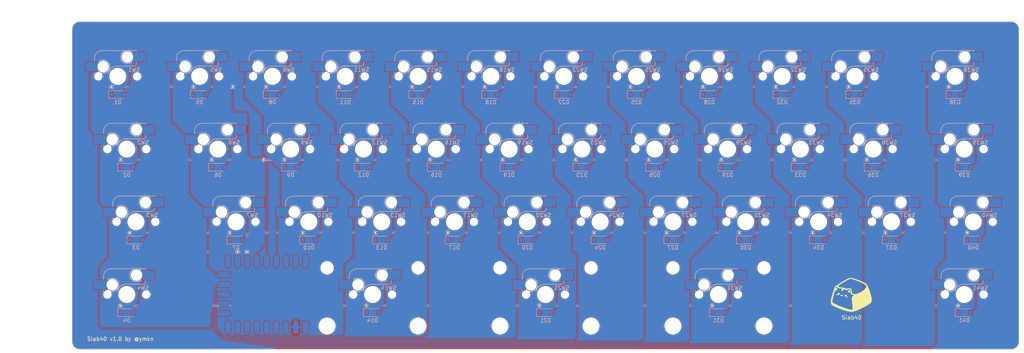
<source format=kicad_pcb>
(kicad_pcb (version 20221018) (generator pcbnew)
  (title_block (title "Slab40 PCB") (date "2024-09-04") (rev "v1.0") (company "@ymkn"))
  (layers (0 "F.Cu" signal) (31 "B.Cu" signal) (34 "B.Paste" user) (35 "F.Paste" user) (36 "B.SilkS" user "B.Silkscreen") (37 "F.SilkS" user "F.Silkscreen") (38 "B.Mask" user) (39 "F.Mask" user) (44 "Edge.Cuts" user))
  (net 0 "")
  (net 1 "Net-(D1-A)")
  (net 2 "Net-(D2-A)")
  (net 3 "Net-(D3-A)")
  (net 4 "Net-(D4-A)")
  (net 5 "Net-(D5-A)")
  (net 6 "ROW1")
  (net 7 "Net-(D6-A)")
  (net 8 "Net-(D7-A)")
  (net 9 "Net-(D8-A)")
  (net 10 "Net-(D9-A)")
  (net 11 "ROW2")
  (net 12 "Net-(D10-A)")
  (net 13 "Net-(D11-A)")
  (net 14 "Net-(D12-A)")
  (net 15 "Net-(D13-A)")
  (net 16 "ROW3")
  (net 17 "Net-(D14-A)")
  (net 18 "Net-(D15-A)")
  (net 19 "Net-(D16-A)")
  (net 20 "Net-(D17-A)")
  (net 21 "Net-(D18-A)")
  (net 22 "Net-(D19-A)")
  (net 23 "Net-(D20-A)")
  (net 24 "COL0")
  (net 25 "COL1")
  (net 26 "COL2")
  (net 27 "COL3")
  (net 28 "COL4")
  (net 31 "ROW0")
  (net 32 "GND")
  (net 33 "Net-(D21-A)")
  (net 34 "Net-(D22-A)")
  (net 35 "Net-(D23-A)")
  (net 36 "Net-(D24-A)")
  (net 37 "Net-(D25-A)")
  (net 38 "Net-(D26-A)")
  (net 39 "Net-(D27-A)")
  (net 40 "Net-(D28-A)")
  (net 41 "Net-(D29-A)")
  (net 42 "Net-(D30-A)")
  (net 43 "Net-(D31-A)")
  (net 44 "Net-(D32-A)")
  (net 45 "Net-(D33-A)")
  (net 46 "Net-(D34-A)")
  (net 47 "Net-(D35-A)")
  (net 48 "Net-(D36-A)")
  (net 49 "Net-(D37-A)")
  (net 50 "Net-(D38-A)")
  (net 51 "Net-(D39-A)")
  (net 52 "Net-(D40-A)")
  (net 53 "Net-(D41-A)")
  (net 55 "COL5")
  (net 56 "COL6")
  (net 57 "COL7")
  (net 58 "COL8")
  (net 59 "COL9")
  (net 60 "COL10")
  (net 61 "COL11")
  (footprint "logo:ym30_icon" (layer "F.Cu") (at 298.884042 114.3)
    (fp_text reference "G***" hide)
    (fp_text value "LOGO" hide)
  )
  (footprint "PCM_marbastlib-mx:STAB_MX_2u" (layer "F.Cu") (at 264.31875 114.3)
    (fp_text reference "REF**" hide)
    (fp_text value "STAB_MX_2u")
  )
  (footprint "PCM_marbastlib-mx:STAB_MX_2u" (layer "F.Cu") (at 173.83125 114.3)
    (fp_text reference "REF**" hide)
    (fp_text value "STAB_MX_2u")
  )
  (footprint "PCM_marbastlib-mx:STAB_MX_2.75u" (layer "F.Cu") (at 219.075 114.3)
    (fp_text reference "REF**" hide)
    (fp_text value "STAB_MX_2.75u")
  )
  (footprint "Diode_SMD:D_SOD-123" (layer "B.Cu") (at 300.0375 61.9125)
    (fp_text reference "D35")
    (fp_text value "1N4148W")
  )
  (footprint "PCM_marbastlib-mx:SW_MX_HS_CPG151101S11_1u" (layer "B.Cu") (at 214.3125 95.25 180)
    (fp_text reference "SW20")
    (fp_text value "SW_Push")
  )
  (footprint "PCM_marbastlib-mx:SW_MX_HS_CPG151101S11_1u" (layer "B.Cu") (at 264.31875 114.3 180)
    (fp_text reference "SW31")
    (fp_text value "SW_Push")
  )
  (footprint "Diode_SMD:D_SOD-123" (layer "B.Cu") (at 111.91875 100.0125)
    (fp_text reference "D3")
    (fp_text value "1N4148W")
  )
  (footprint "Diode_SMD:D_SOD-123" (layer "B.Cu") (at 328.6125 119.0625)
    (fp_text reference "D41")
    (fp_text value "1N4148W")
  )
  (footprint "PCM_marbastlib-mx:SW_MX_HS_CPG151101S11_1u" (layer "B.Cu") (at 128.5875 57.15 180)
    (fp_text reference "SW5")
    (fp_text value "SW_Push")
  )
  (footprint "Diode_SMD:D_SOD-123" (layer "B.Cu") (at 195.2625 100.0125)
    (fp_text reference "D17")
    (fp_text value "1N4148W")
  )
  (footprint "Diode_SMD:D_SOD-123" (layer "B.Cu") (at 261.9375 61.9125)
    (fp_text reference "D28")
    (fp_text value "1N4148W")
  )
  (footprint "PCM_marbastlib-mx:SW_MX_HS_CPG151101S11_1.5u" (layer "B.Cu") (at 328.6125 114.3 180)
    (fp_text reference "SW41")
    (fp_text value "SW_Push")
  )
  (footprint "Diode_SMD:D_SOD-123" (layer "B.Cu") (at 107.15625 61.9125)
    (fp_text reference "D1")
    (fp_text value "1N4148W")
  )
  (footprint "PCM_marbastlib-mx:SW_MX_HS_CPG151101S11_1u" (layer "B.Cu") (at 147.6375 57.15 180)
    (fp_text reference "SW8")
    (fp_text value "SW_Push")
  )
  (footprint "Diode_SMD:D_SOD-123" (layer "B.Cu") (at 219.075 119.0625)
    (fp_text reference "D21")
    (fp_text value "1N4148W")
  )
  (footprint "Diode_SMD:D_SOD-123" (layer "B.Cu") (at 290.5125 100.0125)
    (fp_text reference "D34")
    (fp_text value "1N4148W")
  )
  (footprint "Diode_SMD:D_SOD-123" (layer "B.Cu") (at 264.31875 119.0625)
    (fp_text reference "D31")
    (fp_text value "1N4148W")
  )
  (footprint "PCM_marbastlib-mx:SW_MX_HS_CPG151101S11_1u" (layer "B.Cu") (at 285.75 76.2 180)
    (fp_text reference "SW33")
    (fp_text value "SW_Push")
  )
  (footprint "PCM_marbastlib-mx:SW_MX_HS_CPG151101S11_1u" (layer "B.Cu") (at 290.5125 95.25 180)
    (fp_text reference "SW34")
    (fp_text value "SW_Push")
  )
  (footprint "Diode_SMD:D_SOD-123" (layer "B.Cu") (at 109.5375 119.0625)
    (fp_text reference "D4")
    (fp_text value "1N4148W")
  )
  (footprint "PCM_marbastlib-mx:SW_MX_HS_CPG151101S11_1u" (layer "B.Cu") (at 271.4625 95.25 180)
    (fp_text reference "SW30")
    (fp_text value "SW_Push")
  )
  (footprint "PCM_marbastlib-mx:SW_MX_HS_CPG151101S11_1u" (layer "B.Cu") (at 309.5625 95.25 180)
    (fp_text reference "SW37")
    (fp_text value "SW_Push")
  )
  (footprint "Diode_SMD:D_SOD-123" (layer "B.Cu") (at 285.75 80.9625)
    (fp_text reference "D33")
    (fp_text value "1N4148W")
  )
  (footprint "PCM_marbastlib-mx:SW_MX_HS_CPG151101S11_1u" (layer "B.Cu") (at 173.83125 114.3 180)
    (fp_text reference "SW14")
    (fp_text value "SW_Push")
  )
  (footprint "Diode_SMD:D_SOD-123" (layer "B.Cu") (at 209.55 80.9625)
    (fp_text reference "D19")
    (fp_text value "1N4148W")
  )
  (footprint "Diode_SMD:D_SOD-123" (layer "B.Cu") (at 133.35 80.9625)
    (fp_text reference "D6")
    (fp_text value "1N4148W")
  )
  (footprint "Diode_SMD:D_SOD-123" (layer "B.Cu") (at 280.9875 61.9125)
    (fp_text reference "D32")
    (fp_text value "1N4148W")
  )
  (footprint "PCM_marbastlib-mx:SW_MX_HS_CPG151101S11_1.5u" (layer "B.Cu") (at 328.6125 76.2 180)
    (fp_text reference "SW39")
    (fp_text value "SW_Push")
  )
  (footprint "Diode_SMD:D_SOD-123" (layer "B.Cu") (at 252.4125 100.0125)
    (fp_text reference "D27")
    (fp_text value "1N4148W")
  )
  (footprint "PCM_marbastlib-mx:SW_MX_HS_CPG151101S11_1.75u" (layer "B.Cu") (at 326.23125 57.15 180)
    (fp_text reference "SW38")
    (fp_text value "SW_Push")
  )
  (footprint "PCM_marbastlib-mx:SW_MX_HS_CPG151101S11_1u" (layer "B.Cu") (at 152.4 76.2 180)
    (fp_text reference "SW9")
    (fp_text value "SW_Push")
  )
  (footprint "Diode_SMD:D_SOD-123" (layer "B.Cu") (at 228.6 80.9625)
    (fp_text reference "D23")
    (fp_text value "1N4148W")
  )
  (footprint "PCM_marbastlib-mx:SW_MX_HS_CPG151101S11_1.25u" (layer "B.Cu") (at 330.99375 95.25 180)
    (fp_text reference "SW40")
    (fp_text value "SW_Push")
  )
  (footprint "PCM_marbastlib-mx:SW_MX_HS_CPG151101S11_1u" (layer "B.Cu") (at 171.45 76.2 180)
    (fp_text reference "SW12")
    (fp_text value "SW_Push")
  )
  (footprint "PCM_marbastlib-mx:SW_MX_HS_CPG151101S11_1u" (layer "B.Cu") (at 228.6 76.2 180)
    (fp_text reference "SW23")
    (fp_text value "SW_Push")
  )
  (footprint "PCM_marbastlib-mx:SW_MX_HS_CPG151101S11_1u" (layer "B.Cu") (at 190.5 76.2 180)
    (fp_text reference "SW16")
    (fp_text value "SW_Push")
  )
  (footprint "Diode_SMD:D_SOD-123" (layer "B.Cu") (at 109.5375 80.9625)
    (fp_text reference "D2")
    (fp_text value "1N4148W")
  )
  (footprint "PCM_marbastlib-mx:SW_MX_HS_CPG151101S11_1u" (layer "B.Cu") (at 261.9375 57.15 180)
    (fp_text reference "SW28")
    (fp_text value "SW_Push")
  )
  (footprint "Diode_SMD:D_SOD-123" (layer "B.Cu") (at 166.6875 61.9125)
    (fp_text reference "D11")
    (fp_text value "1N4148W")
  )
  (footprint "PCM_marbastlib-mx:SW_MX_HS_CPG151101S11_1u" (layer "B.Cu") (at 252.4125 95.25 180)
    (fp_text reference "SW27")
    (fp_text value "SW_Push")
  )
  (footprint "PCM_marbastlib-mx:SW_MX_HS_CPG151101S11_1u" (layer "B.Cu") (at 157.1625 95.25 180)
    (fp_text reference "SW10")
    (fp_text value "SW_Push")
  )
  (footprint "PCM_marbastlib-mx:SW_MX_HS_CPG151101S11_1u" (layer "B.Cu") (at 242.8875 57.15 180)
    (fp_text reference "SW25")
    (fp_text value "SW_Push")
  )
  (footprint "PCM_marbastlib-mx:SW_MX_HS_CPG151101S11_1u" (layer "B.Cu") (at 195.2625 95.25 180)
    (fp_text reference "SW17")
    (fp_text value "SW_Push")
  )
  (footprint "PCM_marbastlib-mx:SW_MX_HS_CPG151101S11_1.25u" (layer "B.Cu") (at 107.15625 57.15 180)
    (fp_text reference "SW1")
    (fp_text value "SW_Push")
  )
  (footprint "Diode_SMD:D_SOD-123" (layer "B.Cu") (at 242.8875 61.9125)
    (fp_text reference "D25")
    (fp_text value "1N4148W")
  )
  (footprint "PCM_marbastlib-mx:SW_MX_HS_CPG151101S11_1u" (layer "B.Cu") (at 176.2125 95.25 180)
    (fp_text reference "SW13")
    (fp_text value "SW_Push")
  )
  (footprint "PCM_marbastlib-mx:SW_MX_HS_CPG151101S11_1u" (layer "B.Cu") (at 185.7375 57.15 180)
    (fp_text reference "SW15")
    (fp_text value "SW_Push")
  )
  (footprint "Diode_SMD:D_SOD-123" (layer "B.Cu") (at 233.3625 100.0125)
    (fp_text reference "D24")
    (fp_text value "1N4148W")
  )
  (footprint "Diode_SMD:D_SOD-123" (layer "B.Cu") (at 173.83125 119.0625)
    (fp_text reference "D14")
    (fp_text value "1N4148W")
  )
  (footprint "Diode_SMD:D_SOD-123" (layer "B.Cu") (at 176.2125 100.0125)
    (fp_text reference "D13")
    (fp_text value "1N4148W")
  )
  (footprint "Diode_SMD:D_SOD-123" (layer "B.Cu") (at 326.23125 61.9125)
    (fp_text reference "D38")
    (fp_text value "1N4148W")
  )
  (footprint "Diode_SMD:D_SOD-123" (layer "B.Cu") (at 147.6375 61.9125)
    (fp_text reference "D8")
    (fp_text value "1N4148W")
  )
  (footprint "Diode_SMD:D_SOD-123" (layer "B.Cu") (at 138.1125 100.0125)
    (fp_text reference "D7")
    (fp_text value "1N4148W")
  )
  (footprint "Diode_SMD:D_SOD-123" (layer "B.Cu") (at 223.8375 61.9125)
    (fp_text reference "D22")
    (fp_text value "1N4148W")
  )
  (footprint "Diode_SMD:D_SOD-123" (layer "B.Cu") (at 190.5 80.9625)
    (fp_text reference "D16")
    (fp_text value "1N4148W")
  )
  (footprint "PCM_marbastlib-mx:SW_MX_HS_CPG151101S11_1u" (layer "B.Cu") (at 300.0375 57.15 180)
    (fp_text reference "SW35")
    (fp_text value "SW_Push")
  )
  (footprint "Diode_SMD:D_SOD-123" (layer "B.Cu") (at 309.5625 100.0125)
    (fp_text reference "D37")
    (fp_text value "1N4148W")
  )
  (footprint "Diode_SMD:D_SOD-123" (layer "B.Cu") (at 157.1625 100.0125)
    (fp_text reference "D10")
    (fp_text value "1N4148W")
  )
  (footprint "PCM_marbastlib-mx:SW_MX_HS_CPG151101S11_1u" (layer "B.Cu") (at 280.9875 57.15 180)
    (fp_text reference "SW32")
    (fp_text value "SW_Push")
  )
  (footprint "Diode_SMD:D_SOD-123" (layer "B.Cu") (at 152.4 80.9625)
    (fp_text reference "D9")
    (fp_text value "1N4148W")
  )
  (footprint "PCM_marbastlib-mx:SW_MX_HS_CPG151101S11_1u" (layer "B.Cu") (at 223.8375 57.15 180)
    (fp_text reference "SW22")
    (fp_text value "SW_Push")
  )
  (footprint "Diode_SMD:D_SOD-123" (layer "B.Cu") (at 214.3125 100.0125)
    (fp_text reference "D20")
    (fp_text value "1N4148W")
  )
  (footprint "PCM_marbastlib-mx:SW_MX_HS_CPG151101S11_1u" (layer "B.Cu") (at 304.8 76.2 180)
    (fp_text reference "SW36")
    (fp_text value "SW_Push")
  )
  (footprint "PCM_marbastlib-mx:SW_MX_HS_CPG151101S11_1u" (layer "B.Cu") (at 166.6875 57.15 180)
    (fp_text reference "SW11")
    (fp_text value "SW_Push")
  )
  (footprint "PCM_marbastlib-mx:SW_MX_HS_CPG151101S11_1u" (layer "B.Cu") (at 209.55 76.2 180)
    (fp_text reference "SW19")
    (fp_text value "SW_Push")
  )
  (footprint "Diode_SMD:D_SOD-123" (layer "B.Cu") (at 204.7875 61.9125)
    (fp_text reference "D18")
    (fp_text value "1N4148W")
  )
  (footprint "Diode_SMD:D_SOD-123" (layer "B.Cu") (at 304.8 80.9625)
    (fp_text reference "D36")
    (fp_text value "1N4148W")
  )
  (footprint "rp2040-tiny-mod:rp2040-tiny-smd" (layer "B.Cu") (at 146.129375 114.214375 90)
    (fp_text reference "U1" hide)
    (fp_text value "rp2040-tiny" hide)
  )
  (footprint "Diode_SMD:D_SOD-123" (layer "B.Cu") (at 128.5875 61.9125)
    (fp_text reference "D5")
    (fp_text value "1N4148W")
  )
  (footprint "PCM_marbastlib-mx:SW_MX_HS_CPG151101S11_1u" (layer "B.Cu") (at 266.7 76.2 180)
    (fp_text reference "SW29")
    (fp_text value "SW_Push")
  )
  (footprint "Diode_SMD:D_SOD-123" (layer "B.Cu") (at 330.99375 100.0125)
    (fp_text reference "D40")
    (fp_text value "1N4148W")
  )
  (footprint "Diode_SMD:D_SOD-123" (layer "B.Cu") (at 271.4625 100.0125)
    (fp_text reference "D30")
    (fp_text value "1N4148W")
  )
  (footprint "PCM_marbastlib-mx:SW_MX_HS_CPG151101S11_1.5u" (layer "B.Cu") (at 109.5375 76.2 180)
    (fp_text reference "SW2")
    (fp_text value "SW_Push")
  )
  (footprint "PCM_marbastlib-mx:SW_MX_HS_CPG151101S11_1u" (layer "B.Cu") (at 219.075 114.3 180)
    (fp_text reference "SW21")
    (fp_text value "SW_Push")
  )
  (footprint "Diode_SMD:D_SOD-123" (layer "B.Cu") (at 266.7 80.9625)
    (fp_text reference "D29")
    (fp_text value "1N4148W")
  )
  (footprint "PCM_marbastlib-mx:SW_MX_HS_CPG151101S11_1u" (layer "B.Cu") (at 138.1125 95.25 180)
    (fp_text reference "SW7")
    (fp_text value "SW_Push")
  )
  (footprint "PCM_marbastlib-mx:SW_MX_HS_CPG151101S11_1u" (layer "B.Cu") (at 204.7875 57.15 180)
    (fp_text reference "SW18")
    (fp_text value "SW_Push")
  )
  (footprint "PCM_marbastlib-mx:SW_MX_HS_CPG151101S11_1u" (layer "B.Cu") (at 133.35 76.2 180)
    (fp_text reference "SW6")
    (fp_text value "SW_Push")
  )
  (footprint "PCM_marbastlib-mx:SW_MX_HS_CPG151101S11_1u" (layer "B.Cu") (at 247.65 76.2 180)
    (fp_text reference "SW26")
    (fp_text value "SW_Push")
  )
  (footprint "Diode_SMD:D_SOD-123" (layer "B.Cu") (at 185.7375 61.9125)
    (fp_text reference "D15")
    (fp_text value "1N4148W")
  )
  (footprint "PCM_marbastlib-mx:SW_MX_HS_CPG151101S11_1.5u" (layer "B.Cu") (at 109.5375 114.3 180)
    (fp_text reference "SW4")
    (fp_text value "SW_Push")
  )
  (footprint "Diode_SMD:D_SOD-123" (layer "B.Cu") (at 328.6125 80.9625)
    (fp_text reference "D39")
    (fp_text value "1N4148W")
  )
  (footprint "Diode_SMD:D_SOD-123" (layer "B.Cu") (at 171.45 80.9625)
    (fp_text reference "D12")
    (fp_text value "1N4148W")
  )
  (footprint "Diode_SMD:D_SOD-123" (layer "B.Cu") (at 247.65 80.9625)
    (fp_text reference "D26")
    (fp_text value "1N4148W")
  )
  (footprint "PCM_marbastlib-mx:SW_MX_HS_CPG151101S11_1u" (layer "B.Cu") (at 233.3625 95.25 180)
    (fp_text reference "SW24")
    (fp_text value "SW_Push")
  )
  (footprint "PCM_marbastlib-mx:SW_MX_HS_CPG151101S11_1.75u" (layer "B.Cu") (at 111.91875 95.25 180)
    (fp_text reference "SW3")
    (fp_text value "SW_Push")
  )
  (gr_line (start 340.9 128.625) (end 97.25 128.625) (stroke (width 0.1)) (layer "Edge.Cuts"))
  (gr_arc (start 97.25 128.625) (mid 95.835786 128.039214) (end 95.25 126.625) (stroke (width 0.1)) (layer "Edge.Cuts"))
  (gr_line (start 342.9 44.825) (end 342.9 126.625) (stroke (width 0.1)) (layer "Edge.Cuts"))
  (gr_arc (start 95.25 44.825) (mid 95.835786 43.410786) (end 97.25 42.825) (stroke (width 0.1)) (layer "Edge.Cuts"))
  (gr_line (start 97.25 42.825) (end 340.9 42.825) (stroke (width 0.1)) (layer "Edge.Cuts"))
  (gr_line (start 95.25 126.625) (end 95.25 44.825) (stroke (width 0.1)) (layer "Edge.Cuts"))
  (gr_arc (start 342.9 126.625) (mid 342.314214 128.039214) (end 340.9 128.625) (stroke (width 0.1)) (layer "Edge.Cuts"))
  (gr_arc (start 340.9 42.825) (mid 342.314214 43.410786) (end 342.9 44.825) (stroke (width 0.1)) (layer "Edge.Cuts"))
  (gr_text "Slab40 v1.0 by @ymkn" (at 99.05 126.525) (layer "F.SilkS") (effects (font (size 1 1)) (justify left bottom)))
  (gr_text "Slab40" (at 299.15 120.925) (layer "F.SilkS") (effects (font (size 1 1)) (justify bottom)))
  (segment (start 108.80625 60.46875) (end 108.80625 61.9125) (width 0.2) (layer "B.Cu") (net 1))
  (segment (start 110.35 55.725) (end 110.35 58.925) (width 0.2) (layer "B.Cu") (net 1))
  (segment (start 113.24625 52.07) (end 113.24625 52.82875) (width 0.2) (layer "B.Cu") (net 1))
  (segment (start 113.24625 52.82875) (end 110.35 55.725) (width 0.2) (layer "B.Cu") (net 1))
  (segment (start 110.35 58.925) (end 108.80625 60.46875) (width 0.2) (layer "B.Cu") (net 1))
  (segment (start 112.65 74.0975) (end 112.65 79.5) (width 0.2) (layer "B.Cu") (net 2))
  (segment (start 115.6275 71.12) (end 112.65 74.0975) (width 0.2) (layer "B.Cu") (net 2))
  (segment (start 112.65 79.5) (end 111.1875 80.9625) (width 0.2) (layer "B.Cu") (net 2))
  (segment (start 114.95 94.325) (end 114.95 98.63125) (width 0.2) (layer "B.Cu") (net 3))
  (segment (start 118.00875 90.17) (end 118.00875 91.26625) (width 0.2) (layer "B.Cu") (net 3))
  (segment (start 118.00875 91.26625) (end 114.95 94.325) (width 0.2) (layer "B.Cu") (net 3))
  (segment (start 114.95 98.63125) (end 113.56875 100.0125) (width 0.2) (layer "B.Cu") (net 3))
  (segment (start 112.75 116.225) (end 111.1875 117.7875) (width 0.2) (layer "B.Cu") (net 4))
  (segment (start 115.6275 109.22) (end 112.75 112.0975) (width 0.2) (layer "B.Cu") (net 4))
  (segment (start 112.75 112.0975) (end 112.75 116.225) (width 0.2) (layer "B.Cu") (net 4))
  (segment (start 111.1875 117.7875) (end 111.1875 119.0625) (width 0.2) (layer "B.Cu") (net 4))
  (segment (start 131.75 60.4) (end 130.2375 61.9125) (width 0.2) (layer "B.Cu") (net 5))
  (segment (start 131.75 54.9975) (end 131.75 60.4) (width 0.2) (layer "B.Cu") (net 5))
  (segment (start 134.6775 52.07) (end 131.75 54.9975) (width 0.2) (layer "B.Cu") (net 5))
  (segment (start 303.15 79.025) (end 326.95 79.025) (width 0.2) (layer "F.Cu") (net 6))
  (segment (start 131.75 79.025) (end 107.95 79.025) (width 0.2) (layer "F.Cu") (net 6))
  (segment (start 150.75 79.025) (end 169.85 79.025) (width 0.2) (layer "F.Cu") (net 6))
  (segment (start 145.35 79.025) (end 150.75 79.025) (width 0.2) (layer "F.Cu") (net 6))
  (segment (start 145.35 79.025) (end 131.75 79.025) (width 0.2) (layer "F.Cu") (net 6))
  (segment (start 226.95 79.025) (end 246.05 79.025) (width 0.2) (layer "F.Cu") (net 6))
  (segment (start 246.05 79.025) (end 265.05 79.025) (width 0.2) (layer "F.Cu") (net 6))
  (segment (start 284.15 79.025) (end 303.15 79.025) (width 0.2) (layer "F.Cu") (net 6))
  (segment (start 207.85 79.025) (end 226.95 79.025) (width 0.2) (layer "F.Cu") (net 6))
  (segment (start 188.85 79.025) (end 207.85 79.025) (width 0.2) (layer "F.Cu") (net 6))
  (segment (start 169.85 79.025) (end 188.85 79.025) (width 0.2) (layer "F.Cu") (net 6))
  (segment (start 265.05 79.025) (end 284.15 79.025) (width 0.2) (layer "F.Cu") (net 6))
  (via (at 303.15 79.025) (size 0.8) (drill 0.4) (layers "F.Cu" "B.Cu") (net 6))
  (via (at 131.75 79.025) (size 0.8) (drill 0.4) (layers "F.Cu" "B.Cu") (net 6))
  (via (at 326.95 79.025) (size 0.8) (drill 0.4) (layers "F.Cu" "B.Cu") (net 6))
  (via (at 145.35 79.025) (size 0.8) (drill 0.4) (layers "F.Cu" "B.Cu") (net 6))
  (via (at 107.95 79.025) (size 0.8) (drill 0.4) (layers "F.Cu" "B.Cu") (net 6))
  (via (at 188.85 79.025) (size 0.8) (drill 0.4) (layers "F.Cu" "B.Cu") (net 6))
  (via (at 246.05 79.025) (size 0.8) (drill 0.4) (layers "F.Cu" "B.Cu") (net 6))
  (via (at 207.85 79.025) (size 0.8) (drill 0.4) (layers "F.Cu" "B.Cu") (net 6))
  (via (at 150.75 79.025) (size 0.8) (drill 0.4) (layers "F.Cu" "B.Cu") (net 6))
  (via (at 226.95 79.025) (size 0.8) (drill 0.4) (layers "F.Cu" "B.Cu") (net 6))
  (via (at 169.85 79.025) (size 0.8) (drill 0.4) (layers "F.Cu" "B.Cu") (net 6))
  (via (at 265.05 79.025) (size 0.8) (drill 0.4) (layers "F.Cu" "B.Cu") (net 6))
  (via (at 284.15 79.025) (size 0.8) (drill 0.4) (layers "F.Cu" "B.Cu") (net 6))
  (segment (start 145.95 79.625) (end 145.95 101.225) (width 0.2) (layer "B.Cu") (net 6))
  (segment (start 207.9 80.9625) (end 207.9 79.075) (width 0.2) (layer "B.Cu") (net 6))
  (segment (start 326.95 79.025) (end 326.95 80.95) (width 0.2) (layer "B.Cu") (net 6))
  (segment (start 246 79.075) (end 246.05 79.025) (width 0.2) (layer "B.Cu") (net 6))
  (segment (start 143.65 106.53375) (end 143.589375 106.594375) (width 0.2) (layer "B.Cu") (net 6))
  (segment (start 226.95 80.9625) (end 226.95 79.025) (width 0.2) (layer "B.Cu") (net 6))
  (segment (start 169.8 80.9625) (end 169.8 79.075) (width 0.2) (layer "B.Cu") (net 6))
  (segment (start 131.7 80.9625) (end 131.7 79.075) (width 0.2) (layer "B.Cu") (net 6))
  (segment (start 150.75 80.9625) (end 150.75 79.025) (width 0.2) (layer "B.Cu") (net 6))
  (segment (start 131.7 79.075) (end 131.75 79.025) (width 0.2) (layer "B.Cu") (net 6))
  (segment (start 169.8 79.075) (end 169.85 79.025) (width 0.2) (layer "B.Cu") (net 6))
  (segment (start 303.15 80.9625) (end 303.15 79.025) (width 0.2) (layer "B.Cu") (net 6))
  (segment (start 107.95 79.025) (end 107.95 80.9) (width 0.2) (layer "B.Cu") (net 6))
  (segment (start 326.95 80.95) (end 326.9625 80.9625) (width 0.2) (layer "B.Cu") (net 6))
  (segment (start 284.1 80.9625) (end 284.1 79.075) (width 0.2) (layer "B.Cu") (net 6))
  (segment (start 143.65 103.525) (end 143.65 106.53375) (width 0.2) (layer "B.Cu") (net 6))
  (segment (start 145.35 79.025) (end 145.95 79.625) (width 0.2) (layer "B.Cu") (net 6))
  (segment (start 246 80.9625) (end 246 79.075) (width 0.2) (layer "B.Cu") (net 6))
  (segment (start 284.1 79.075) (end 284.15 79.025) (width 0.2) (layer "B.Cu") (net 6))
  (segment (start 145.95 101.225) (end 143.65 103.525) (width 0.2) (layer "B.Cu") (net 6))
  (segment (start 265.05 80.9625) (end 265.05 79.025) (width 0.2) (layer "B.Cu") (net 6))
  (segment (start 207.9 79.075) (end 207.85 79.025) (width 0.2) (layer "B.Cu") (net 6))
  (segment (start 107.95 80.9) (end 107.8875 80.9625) (width 0.2) (layer "B.Cu") (net 6))
  (segment (start 188.85 80.9625) (end 188.85 79.025) (width 0.2) (layer "B.Cu") (net 6))
  (segment (start 136.45 79.5125) (end 135 80.9625) (width 0.2) (layer "B.Cu") (net 7))
  (segment (start 136.45 74.825) (end 136.45 79.5125) (width 0.2) (layer "B.Cu") (net 7))
  (segment (start 139.44 71.12) (end 139.44 71.835) (width 0.2) (layer "B.Cu") (net 7))
  (segment (start 139.44 71.835) (end 136.45 74.825) (width 0.2) (layer "B.Cu") (net 7))
  (segment (start 144.2025 90.7725) (end 141.05 93.925) (width 0.2) (layer "B.Cu") (net 8))
  (segment (start 144.2025 90.17) (end 144.2025 90.7725) (width 0.2) (layer "B.Cu") (net 8))
  (segment (start 141.05 98.725) (end 139.7625 100.0125) (width 0.2) (layer "B.Cu") (net 8))
  (segment (start 141.05 93.925) (end 141.05 98.725) (width 0.2) (layer "B.Cu") (net 8))
  (segment (start 153.7275 52.07) (end 150.85 54.9475) (width 0.2) (layer "B.Cu") (net 9))
  (segment (start 150.85 54.9475) (end 150.85 60.35) (width 0.2) (layer "B.Cu") (net 9))
  (segment (start 150.85 60.35) (end 149.2875 61.9125) (width 0.2) (layer "B.Cu") (net 9))
  (segment (start 155.55 79.4625) (end 154.05 80.9625) (width 0.2) (layer "B.Cu") (net 10))
  (segment (start 158.49 71.12) (end 155.55 74.06) (width 0.2) (layer "B.Cu") (net 10))
  (segment (start 155.55 74.06) (end 155.55 79.4625) (width 0.2) (layer "B.Cu") (net 10))
  (segment (start 140.97625 103.125) (end 140.97625 98.75125) (width 0.2) (layer "F.Cu") (net 11))
  (segment (start 155.55 98.125) (end 174.55 98.125) (width 0.2) (layer "F.Cu") (net 11))
  (segment (start 140.97625 98.75125) (end 141.02375 98.75125) (width 0.2) (layer "F.Cu") (net 11))
  (segment (start 174.55 98.125) (end 193.55 98.125) (width 0.2) (layer "F.Cu") (net 11))
  (segment (start 136.45 98.125) (end 110.35 98.125) (width 0.2) (layer "F.Cu") (net 11))
  (segment (start 140.97625 98.75125) (end 140.35 98.125) (width 0.2) (layer "F.Cu") (net 11))
  (segment (start 140.35 98.125) (end 136.45 98.125) (width 0.2) (layer "F.Cu") (net 11))
  (segment (start 250.75 98.125) (end 269.75 98.125) (width 0.2) (layer "F.Cu") (net 11))
  (segment (start 269.75 98.125) (end 288.95 98.125) (width 0.2) (layer "F.Cu") (net 11))
  (segment (start 212.65 98.125) (end 231.75 98.125) (width 0.2) (layer "F.Cu") (net 11))
  (segment (start 288.95 98.125) (end 307.95 98.125) (width 0.2) (layer "F.Cu") (net 11))
  (segment (start 231.75 98.125) (end 250.75 98.125) (width 0.2) (layer "F.Cu") (net 11))
  (segment (start 307.95 98.125) (end 329.35 98.125) (width 0.2) (layer "F.Cu") (net 11))
  (segment (start 141.02375 98.75125) (end 141.65 98.125) (width 0.2) (layer "F.Cu") (net 11))
  (segment (start 141.65 98.125) (end 155.55 98.125) (width 0.2) (layer "F.Cu") (net 11))
  (segment (start 193.55 98.125) (end 212.65 98.125) (width 0.2) (layer "F.Cu") (net 11))
  (via (at 231.75 98.125) (size 0.8) (drill 0.4) (layers "F.Cu" "B.Cu") (net 11))
  (via (at 193.55 98.125) (size 0.8) (drill 0.4) (layers "F.Cu" "B.Cu") (net 11))
  (via (at 288.95 98.125) (size 0.8) (drill 0.4) (layers "F.Cu" "B.Cu") (net 11))
  (via (at 329.35 98.125) (size 0.8) (drill 0.4) (layers "F.Cu" "B.Cu") (net 11))
  (via (at 250.75 98.125) (size 0.8) (drill 0.4) (layers "F.Cu" "B.Cu") (net 11))
  (via (at 307.95 98.125) (size 0.8) (drill 0.4) (layers "F.Cu" "B.Cu") (net 11))
  (via (at 110.35 98.125) (size 0.8) (drill 0.4) (layers "F.Cu" "B.Cu") (net 11))
  (via (at 140.97625 103.125) (size 0.8) (drill 0.4) (layers "F.Cu" "B.Cu") (net 11))
  (via (at 155.55 98.125) (size 0.8) (drill 0.4) (layers "F.Cu" "B.Cu") (net 11))
  (via (at 212.65 98.125) (size 0.8) (drill 0.4) (layers "F.Cu" "B.Cu") (net 11))
  (via (at 136.45 98.125) (size 0.8) (drill 0.4) (layers "F.Cu" "B.Cu") (net 11))
  (via (at 269.75 98.125) (size 0.8) (drill 0.4) (layers "F.Cu" "B.Cu") (net 11))
  (via (at 174.55 98.125) (size 0.8) (drill 0.4) (layers "F.Cu" "B.Cu") (net 11))
  (segment (start 193.6125 100.0125) (end 193.6125 98.1875) (width 0.2) (layer "B.Cu") (net 11))
  (segment (start 329.35 100.00625) (end 329.34375 100.0125) (width 0.2) (layer "B.Cu") (net 11))
  (segment (start 212.6625 98.1375) (end 212.65 98.125) (width 0.2) (layer "B.Cu") (net 11))
  (segment (start 288.8625 100.0125) (end 288.8625 98.2125) (width 0.2) (layer "B.Cu") (net 11))
  (segment (start 110.35 98.125) (end 110.35 99.93125) (width 0.2) (layer "B.Cu") (net 11))
  (segment (start 269.8125 100.0125) (end 269.8125 98.1875) (width 0.2) (layer "B.Cu") (net 11))
  (segment (start 193.6125 98.1875) (end 193.55 98.125) (width 0.2) (layer "B.Cu") (net 11))
  (segment (start 174.5625 100.0125) (end 174.5625 98.1375) (width 0.2) (layer "B.Cu") (net 11))
  (segment (start 141.049375 103.198125) (end 140.97625 103.125) (width 0.2) (layer "B.Cu") (net 11))
  (segment (start 250.7625 100.0125) (end 250.7625 98.1375) (width 0.2) (layer "B.Cu") (net 11))
  (segment (start 141.049375 106.594375) (end 141.049375 103.198125) (width 0.2) (layer "B.Cu") (net 11))
  (segment (start 136.4625 98.1375) (end 136.45 98.125) (width 0.2) (layer "B.Cu") (net 11))
  (segment (start 307.9125 98.1625) (end 307.95 98.125) (width 0.2) (layer "B.Cu") (net 11))
  (segment (start 231.7125 98.1625) (end 231.75 98.125) (width 0.2) (layer "B.Cu") (net 11))
  (segment (start 231.7125 100.0125) (end 231.7125 98.1625) (width 0.2) (layer "B.Cu") (net 11))
  (segment (start 269.8125 98.1875) (end 269.75 98.125) (width 0.2) (layer "B.Cu") (net 11))
  (segment (start 155.5125 100.0125) (end 155.5125 98.1625) (width 0.2) (layer "B.Cu") (net 11))
  (segment (start 307.9125 100.0125) (end 307.9125 98.1625) (width 0.2) (layer "B.Cu") (net 11))
  (segment (start 174.5625 98.1375) (end 174.55 98.125) (width 0.2) (layer "B.Cu") (net 11))
  (segment (start 329.35 98.125) (end 329.35 100.00625) (width 0.2) (layer "B.Cu") (net 11))
  (segment (start 288.8625 98.2125) (end 288.95 98.125) (width 0.2) (layer "B.Cu") (net 11))
  (segment (start 250.7625 98.1375) (end 250.75 98.125) (width 0.2) (layer "B.Cu") (net 11))
  (segment (start 212.6625 100.0125) (end 212.6625 98.1375) (width 0.2) (layer "B.Cu") (net 11))
  (segment (start 110.35 99.93125) (end 110.26875 100.0125) (width 0.2) (layer "B.Cu") (net 11))
  (segment (start 155.5125 98.1625) (end 155.55 98.125) (width 0.2) (layer "B.Cu") (net 11))
  (segment (start 136.4625 100.0125) (end 136.4625 98.1375) (width 0.2) (layer "B.Cu") (net 11))
  (segment (start 163.2525 90.17) (end 160.25 93.1725) (width 0.2) (layer "B.Cu") (net 12))
  (segment (start 160.25 93.1725) (end 160.25 98.575) (width 0.2) (layer "B.Cu") (net 12))
  (segment (start 160.25 98.575) (end 158.8125 100.0125) (width 0.2) (layer "B.Cu") (net 12))
  (segment (start 169.65 56.025) (end 169.65 60.6) (width 0.2) (layer "B.Cu") (net 13))
  (segment (start 172.7775 52.8975) (end 169.65 56.025) (width 0.2) (layer "B.Cu") (net 13))
  (segment (start 172.7775 52.07) (end 172.7775 52.8975) (width 0.2) (layer "B.Cu") (net 13))
  (segment (start 169.65 60.6) (end 168.3375 61.9125) (width 0.2) (layer "B.Cu") (net 13))
  (segment (start 174.55 74.11) (end 174.55 79.5125) (width 0.2) (layer "B.Cu") (net 14))
  (segment (start 174.55 79.5125) (end 173.1 80.9625) (width 0.2) (layer "B.Cu") (net 14))
  (segment (start 177.54 71.12) (end 174.55 74.11) (width 0.2) (layer "B.Cu") (net 14))
  (segment (start 182.3025 90.17) (end 182.3025 91.0725) (width 0.2) (layer "B.Cu") (net 15))
  (segment (start 179.25 98.625) (end 177.8625 100.0125) (width 0.2) (layer "B.Cu") (net 15))
  (segment (start 182.3025 91.0725) (end 179.25 94.125) (width 0.2) (layer "B.Cu") (net 15))
  (segment (start 179.25 94.125) (end 179.25 98.625) (width 0.2) (layer "B.Cu") (net 15))
  (segment (start 124.95 117.225) (end 124.05 116.325) (width 0.2) (layer "F.Cu") (net 16))
  (segment (start 124.05 104.025) (end 124.95 103.125) (width 0.2) (layer "F.Cu") (net 16))
  (segment (start 124.05 116.325) (end 124.05 104.025) (width 0.2) (layer "F.Cu") (net 16))
  (segment (start 107.925 117.225) (end 123.15 117.225) (width 0.2) (layer "F.Cu") (net 16))
  (segment (start 172.18125 117.225) (end 217.45 117.225) (width 0.2) (layer "F.Cu") (net 16))
  (segment (start 217.45 117.225) (end 262.65 117.225) (width 0.2) (layer "F.Cu") (net 16))
  (segment (start 262.65 117.225) (end 326.95 117.225) (width 0.2) (layer "F.Cu") (net 16))
  (segment (start 124.95 103.125) (end 138.47625 103.125) (width 0.2) (layer "F.Cu") (net 16))
  (segment (start 123.15 117.225) (end 124.05 116.325) (width 0.2) (layer "F.Cu") (net 16))
  (segment (start 172.18125 117.225) (end 124.95 117.225) (width 0.2) (layer "F.Cu") (net 16))
  (segment (start 107.8875 117.2625) (end 107.925 117.225) (width 0.2) (layer "F.Cu") (net 16))
  (via (at 217.45 117.225) (size 0.8) (drill 0.4) (layers "F.Cu" "B.Cu") (net 16))
  (via (at 138.47625 103.125) (size 0.8) (drill 0.4) (layers "F.Cu" "B.Cu") (net 16))
  (via (at 262.65 117.225) (size 0.8) (drill 0.4) (layers "F.Cu" "B.Cu") (net 16))
  (via (at 172.18125 117.225) (size 0.8) (drill 0.4) (layers "F.Cu" "B.Cu") (net 16))
  (via (at 107.8875 117.2625) (size 0.8) (drill 0.4) (layers "F.Cu" "B.Cu") (net 16))
  (via (at 326.95 117.225) (size 0.8) (drill 0.4) (layers "F.Cu" "B.Cu") (net 16))
  (segment (start 217.425 119.0625) (end 217.425 117.25) (width 0.2) (layer "B.Cu") (net 16))
  (segment (start 172.18125 117.225) (end 172.18125 119.0625) (width 0.2) (layer "B.Cu") (net 16))
  (segment (start 107.8875 117.2625) (end 107.8875 119.0625) (width 0.2) (layer "B.Cu") (net 16))
  (segment (start 138.47625 106.56125) (end 138.47625 103.125) (width 0.2) (layer "B.Cu") (net 16))
  (segment (start 217.425 117.25) (end 217.45 117.225) (width 0.2) (layer "B.Cu") (net 16))
  (segment (start 262.66875 117.24375) (end 262.65 117.225) (width 0.2) (layer "B.Cu") (net 16))
  (segment (start 262.66875 119.0625) (end 262.66875 117.24375) (width 0.2) (layer "B.Cu") (net 16))
  (segment (start 326.95 119.05) (end 326.9625 119.0625) (width 0.2) (layer "B.Cu") (net 16))
  (segment (start 138.509375 106.594375) (end 138.47625 106.56125) (width 0.2) (layer "B.Cu") (net 16))
  (segment (start 326.95 117.225) (end 326.95 119.05) (width 0.2) (layer "B.Cu") (net 16))
  (segment (start 179.92125 109.22) (end 179.92125 109.75375) (width 0.2) (layer "B.Cu") (net 17))
  (segment (start 177.05 112.625) (end 177.05 117.49375) (width 0.2) (layer "B.Cu") (net 17))
  (segment (start 177.05 117.49375) (end 175.48125 119.0625) (width 0.2) (layer "B.Cu") (net 17))
  (segment (start 179.92125 109.75375) (end 177.05 112.625) (width 0.2) (layer "B.Cu") (net 17))
  (segment (start 191.8275 52.07) (end 191.8275 52.8475) (width 0.2) (layer "B.Cu") (net 18))
  (segment (start 188.65 60.65) (end 187.3875 61.9125) (width 0.2) (layer "B.Cu") (net 18))
  (segment (start 188.65 56.025) (end 188.65 60.65) (width 0.2) (layer "B.Cu") (net 18))
  (segment (start 191.8275 52.8475) (end 188.65 56.025) (width 0.2) (layer "B.Cu") (net 18))
  (segment (start 196.59 71.485) (end 193.65 74.425) (width 0.2) (layer "B.Cu") (net 19))
  (segment (start 196.59 71.12) (end 196.59 71.485) (width 0.2) (layer "B.Cu") (net 19))
  (segment (start 193.65 79.4625) (end 192.15 80.9625) (width 0.2) (layer "B.Cu") (net 19))
  (segment (start 193.65 74.425) (end 193.65 79.4625) (width 0.2) (layer "B.Cu") (net 19))
  (segment (start 198.35 98.575) (end 196.9125 100.0125) (width 0.2) (layer "B.Cu") (net 20))
  (segment (start 201.3525 91.0225) (end 198.35 94.025) (width 0.2) (layer "B.Cu") (net 20))
  (segment (start 201.3525 90.17) (end 201.3525 91.0225) (width 0.2) (layer "B.Cu") (net 20))
  (segment (start 198.35 94.025) (end 198.35 98.575) (width 0.2) (layer "B.Cu") (net 20))
  (segment (start 210.8775 52.07) (end 210.8775 52.8975) (width 0.2) (layer "B.Cu") (net 21))
  (segment (start 207.85 55.925) (end 207.85 60.5) (width 0.2) (layer "B.Cu") (net 21))
  (segment (start 207.85 60.5) (end 206.4375 61.9125) (width 0.2) (layer "B.Cu") (net 21))
  (segment (start 210.8775 52.8975) (end 207.85 55.925) (width 0.2) (layer "B.Cu") (net 21))
  (segment (start 212.75 79.4125) (end 211.2 80.9625) (width 0.2) (layer "B.Cu") (net 22))
  (segment (start 212.75 74.01) (end 212.75 79.4125) (width 0.2) (layer "B.Cu") (net 22))
  (segment (start 215.64 71.12) (end 212.75 74.01) (width 0.2) (layer "B.Cu") (net 22))
  (segment (start 217.45 93.1225) (end 217.45 98.525) (width 0.2) (layer "B.Cu") (net 23))
  (segment (start 217.45 98.525) (end 215.9625 100.0125) (width 0.2) (layer "B.Cu") (net 23))
  (segment (start 220.4025 90.17) (end 217.45 93.1225) (width 0.2) (layer "B.Cu") (net 23))
  (segment (start 135.969375 111.674375) (end 133.426875 111.674375) (width 0.2) (layer "B.Cu") (net 24))
  (segment (start 102.95 123.225) (end 102.1775 122.4525) (width 0.2) (layer "B.Cu") (net 24))
  (segment (start 133.426875 111.674375) (end 132.87625 112.225) (width 0.2) (layer "B.Cu") (net 24))
  (segment (start 102.1775 122.4525) (end 102.1775 111.76) (width 0.2) (layer "B.Cu") (net 24))
  (segment (start 132.87625 112.225) (end 132.87625 113.853776) (width 0.2) (layer "B.Cu") (net 24))
  (segment (start 102.1775 106.9975) (end 102.1775 111.76) (width 0.2) (layer "B.Cu") (net 24))
  (segment (start 102.1775 90.32875) (end 104.55875 92.71) (width 0.2) (layer "B.Cu") (net 24))
  (segment (start 131.82625 119.113826) (end 131.82625 122.575) (width 0.2) (layer "B.Cu") (net 24))
  (segment (start 132.52625 116.4088) (end 132.17625 116.758801) (width 0.2) (layer "B.Cu") (net 24))
  (segment (start 132.87625 113.853776) (end 132.52625 114.203776) (width 0.2) (layer "B.Cu") (net 24))
  (segment (start 99.79625 54.61) (end 99.79625 71.27875) (width 0.2) (layer "B.Cu") (net 24))
  (segment (start 131.17625 123.225) (end 102.95 123.225) (width 0.2) (layer "B.Cu") (net 24))
  (segment (start 102.1775 73.66) (end 102.1775 90.32875) (width 0.2) (layer "B.Cu") (net 24))
  (segment (start 99.79625 71.27875) (end 102.1775 73.66) (width 0.2) (layer "B.Cu") (net 24))
  (segment (start 132.17625 118.763825) (end 131.82625 119.113826) (width 0.2) (layer "B.Cu") (net 24))
  (segment (start 104.55875 104.61625) (end 102.1775 106.9975) (width 0.2) (layer "B.Cu") (net 24))
  (segment (start 132.17625 116.758801) (end 132.17625 118.763825) (width 0.2) (layer "B.Cu") (net 24))
  (segment (start 132.52625 114.203776) (end 132.52625 116.4088) (width 0.2) (layer "B.Cu") (net 24))
  (segment (start 104.55875 92.71) (end 104.55875 104.61625) (width 0.2) (layer "B.Cu") (net 24))
  (segment (start 131.82625 122.575) (end 131.17625 123.225) (width 0.2) (layer "B.Cu") (net 24))
  (segment (start 125.99 87.9475) (end 130.75 92.7075) (width 0.2) (layer "B.Cu") (net 25))
  (segment (start 121.2275 68.8975) (end 125.99 73.66) (width 0.2) (layer "B.Cu") (net 25))
  (segment (start 135.969375 109.134375) (end 133.059375 109.134375) (width 0.2) (layer "B.Cu") (net 25))
  (segment (start 130.75 94.025) (end 130.75 92.7125) (width 0.2) (layer "B.Cu") (net 25))
  (segment (start 133.059375 109.134375) (end 130.75 106.825) (width 0.2) (layer "B.Cu") (net 25))
  (segment (start 121.2275 54.61) (end 121.2275 68.8975) (width 0.2) (layer "B.Cu") (net 25))
  (segment (start 130.75 92.7125) (end 130.7525 92.71) (width 0.2) (layer "B.Cu") (net 25))
  (segment (start 130.75 92.7075) (end 130.75 94.025) (width 0.2) (layer "B.Cu") (net 25))
  (segment (start 125.99 73.66) (end 125.99 87.9475) (width 0.2) (layer "B.Cu") (net 25))
  (segment (start 130.75 106.825) (end 130.75 94.025) (width 0.2) (layer "B.Cu") (net 25))
  (segment (start 148.85 93.6625) (end 149.8025 92.71) (width 0.2) (layer "B.Cu") (net 26))
  (segment (start 145.04 67.615) (end 145.04 73.66) (width 0.2) (layer "B.Cu") (net 26))
  (segment (start 149.8025 82.063287) (end 149.8025 92.71) (width 0.2) (layer "B.Cu") (net 26))
  (segment (start 145.04 77.300787) (end 149.8025 82.063287) (width 0.2) (layer "B.Cu") (net 26))
  (segment (start 145.04 73.66) (end 145.04 77.300787) (width 0.2) (layer "B.Cu") (net 26))
  (segment (start 140.2775 62.8525) (end 145.04 67.615) (width 0.2) (layer "B.Cu") (net 26))
  (segment (start 140.2775 54.61) (end 140.2775 62.8525) (width 0.2) (layer "B.Cu") (net 26))
  (segment (start 148.85 106.41375) (end 148.85 93.6625) (width 0.2) (layer "B.Cu") (net 26))
  (segment (start 148.669375 106.594375) (end 148.85 106.41375) (width 0.2) (layer "B.Cu") (net 26))
  (segment (start 159.3275 54.61) (end 159.3275 64.2025) (width 0.2) (layer "B.Cu") (net 27))
  (segment (start 148.669375 124.641875) (end 149.27625 125.24875) (width 0.2) (layer "B.Cu") (net 27))
  (segment (start 159.3275 64.2025) (end 164.09 68.965) (width 0.2) (layer "B.Cu") (net 27))
  (segment (start 164.7775 74.3475) (end 164.7775 84.1525) (width 0.2) (layer "B.Cu") (net 27))
  (segment (start 148.669375 121.834375) (end 148.669375 124.641875) (width 0.2) (layer "B.Cu") (net 27))
  (segment (start 164.7775 84.1525) (end 168.8525 88.2275) (width 0.2) (layer "B.Cu") (net 27))
  (segment (start 164.09 68.965) (end 164.09 73.66) (width 0.2) (layer "B.Cu") (net 27))
  (segment (start 164.09 73.66) (end 164.7775 74.3475) (width 0.2) (layer "B.Cu") (net 27))
  (segment (start 149.27625 125.24875) (end 165.65 125.24875) (width 0.2) (layer "B.Cu") (net 27))
  (segment (start 168.8525 92.71) (end 168.8525 104.1225) (width 0.2) (layer "B.Cu") (net 27))
  (segment (start 166.47125 124.4275) (end 166.47125 111.76) (width 0.2) (layer "B.Cu") (net 27))
  (segment (start 168.8525 88.2275) (end 168.8525 92.71) (width 0.2) (layer "B.Cu") (net 27))
  (segment (start 168.8525 104.1225) (end 166.47125 106.50375) (width 0.2) (layer "B.Cu") (net 27))
  (segment (start 165.65 125.24875) (end 166.47125 124.4275) (width 0.2) (layer "B.Cu") (net 27))
  (segment (start 166.47125 106.50375) (end 166.47125 111.76) (width 0.2) (layer "B.Cu") (net 27))
  (segment (start 183.14 69.115) (end 183.14 73.66) (width 0.2) (layer "B.Cu") (net 28))
  (segment (start 183.14 73.66) (end 183.14 83.315) (width 0.2) (layer "B.Cu") (net 28))
  (segment (start 146.129375 124.801875) (end 146.57625 125.24875) (width 0.2) (layer "B.Cu") (net 28))
  (segment (start 188.35 124.225) (end 188.35 93.1575) (width 0.2) (layer "B.Cu") (net 28))
  (segment (start 178.3775 64.3525) (end 183.14 69.115) (width 0.2) (layer "B.Cu") (net 28))
  (segment (start 178.3775 54.61) (end 178.3775 64.3525) (width 0.2) (layer "B.Cu") (net 28))
  (segment (start 188.35 93.1575) (end 187.9025 92.71) (width 0.2) (layer "B.Cu") (net 28))
  (segment (start 148.781276 125.24875) (end 149.131276 125.59875) (width 0.2) (layer "B.Cu") (net 28))
  (segment (start 186.97625 125.59875) (end 188.35 124.225) (width 0.2) (layer "B.Cu") (net 28))
  (segment (start 149.131276 125.59875) (end 186.97625 125.59875) (width 0.2) (layer "B.Cu") (net 28))
  (segment (start 146.129375 121.834375) (end 146.129375 124.801875) (width 0.2) (layer "B.Cu") (net 28))
  (segment (start 183.14 83.315) (end 187.9025 88.0775) (width 0.2) (layer "B.Cu") (net 28))
  (segment (start 146.57625 125.24875) (end 148.781276 125.24875) (width 0.2) (layer "B.Cu") (net 28))
  (segment (start 187.9025 88.0775) (end 187.9025 92.71) (width 0.2) (layer "B.Cu") (net 28))
  (segment (start 298.35 59.925) (end 324.55 59.925) (width 0.2) (layer "F.Cu") (net 31))
  (segment (start 145.95 59.925) (end 165.05 59.925) (width 0.2) (layer "F.Cu") (net 31))
  (segment (start 165.05 59.925) (end 184.15 59.925) (width 0.2) (layer "F.Cu") (net 31))
  (segment (start 279.35 59.925) (end 298.35 59.925) (width 0.2) (layer "F.Cu") (net 31))
  (segment (start 203.15 59.925) (end 222.15 59.925) (width 0.2) (layer "F.Cu") (net 31))
  (segment (start 222.15 59.925) (end 241.25 59.925) (width 0.2) (layer "F.Cu") (net 31))
  (segment (start 184.15 59.925) (end 203.15 59.925) (width 0.2) (layer "F.Cu") (net 31))
  (segment (start 260.25 59.925) (end 279.35 59.925) (width 0.2) (layer "F.Cu") (net 31))
  (segment (start 137.25 59.925) (end 126.95 59.925) (width 0.2) (layer "F.Cu") (net 31))
  (segment (start 137.25 59.925) (end 145.95 59.925) (width 0.2) (layer "F.Cu") (net 31))
  (segment (start 126.95 59.925) (end 105.55 59.925) (width 0.2) (layer "F.Cu") (net 31))
  (segment (start 241.25 59.925) (end 260.25 59.925) (width 0.2) (layer "F.Cu") (net 31))
  (via (at 105.55 59.925) (size 0.8) (drill 0.4) (layers "F.Cu" "B.Cu") (net 31))
  (via (at 137.25 59.925) (size 0.8) (drill 0.4) (layers "F.Cu" "B.Cu") (net 31))
  (via (at 222.15 59.925) (size 0.8) (drill 0.4) (layers "F.Cu" "B.Cu") (net 31))
  (via (at 324.55 59.925) (size 0.8) (drill 0.4) (layers "F.Cu" "B.Cu") (net 31))
  (via (at 126.95 59.925) (size 0.8) (drill 0.4) (layers "F.Cu" "B.Cu") (net 31))
  (via (at 279.35 59.925) (size 0.8) (drill 0.4) (layers "F.Cu" "B.Cu") (net 31))
  (via (at 203.15 59.925) (size 0.8) (drill 0.4) (layers "F.Cu" "B.Cu") (net 31))
  (via (at 241.25 59.925) (size 0.8) (drill 0.4) (layers "F.Cu" "B.Cu") (net 31))
  (via (at 298.35 59.925) (size 0.8) (drill 0.4) (layers "F.Cu" "B.Cu") (net 31))
  (via (at 165.05 59.925) (size 0.8) (drill 0.4) (layers "F.Cu" "B.Cu") (net 31))
  (via (at 145.95 59.925) (size 0.8) (drill 0.4) (layers "F.Cu" "B.Cu") (net 31))
  (via (at 260.25 59.925) (size 0.8) (drill 0.4) (layers "F.Cu" "B.Cu") (net 31))
  (via (at 184.15 59.925) (size 0.8) (drill 0.4) (layers "F.Cu" "B.Cu") (net 31))
  (segment (start 145.9875 61.9125) (end 145.9875 59.9625) (width 0.2) (layer "B.Cu") (net 31))
  (segment (start 137.85 66.425) (end 140.55 66.425) (width 0.2) (layer "B.Cu") (net 31))
  (segment (start 260.2875 61.9125) (end 260.2875 59.9625) (width 0.2) (layer "B.Cu") (net 31))
  (segment (start 126.9375 59.9375) (end 126.95 59.925) (width 0.2) (layer "B.Cu") (net 31))
  (segment (start 241.2375 61.9125) (end 241.2375 59.9375) (width 0.2) (layer "B.Cu") (net 31))
  (segment (start 279.3375 61.9125) (end 279.3375 59.9375) (width 0.2) (layer "B.Cu") (net 31))
  (segment (start 298.3875 61.9125) (end 298.3875 59.9625) (width 0.2) (layer "B.Cu") (net 31))
  (segment (start 165.0375 61.9125) (end 165.0375 59.9375) (width 0.2) (layer "B.Cu") (net 31))
  (segment (start 324.55 59.925) (end 324.58125 59.95625) (width 0.2) (layer "B.Cu") (net 31))
  (segment (start 324.58125 59.95625) (end 324.58125 61.9125) (width 0.2) (layer "B.Cu") (net 31))
  (segment (start 145.9875 59.9625) (end 145.95 59.925) (width 0.2) (layer "B.Cu") (net 31))
  (segment (start 137.25 59.925) (end 137.25 65.825) (width 0.2) (layer "B.Cu") (net 31))
  (segment (start 146.3 79.055761) (end 146.3 106.42375) (width 0.2) (layer "B.Cu") (net 31))
  (segment (start 222.1875 59.9625) (end 222.15 59.925) (width 0.2) (layer "B.Cu") (net 31))
  (segment (start 241.2375 59.9375) (end 241.25 59.925) (width 0.2) (layer "B.Cu") (net 31))
  (segment (start 184.0875 61.9125) (end 184.0875 59.9875) (width 0.2) (layer "B.Cu") (net 31))
  (segment (start 105.50625 59.96875) (end 105.50625 61.9125) (width 0.2) (layer "B.Cu") (net 31))
  (segment (start 141.35 67.225) (end 141.35 77.625) (width 0.2) (layer "B.Cu") (net 31))
  (segment (start 140.55 66.425) (end 141.35 67.225) (width 0.2) (layer "B.Cu") (net 31))
  (segment (start 141.35 77.625) (end 142.1 78.375) (width 0.2) (layer "B.Cu") (net 31))
  (segment (start 222.1875 61.9125) (end 222.1875 59.9625) (width 0.2) (layer "B.Cu") (net 31))
  (segment (start 298.3875 59.9625) (end 298.35 59.925) (width 0.2) (layer "B.Cu") (net 31))
  (segment (start 203.1375 59.9375) (end 203.15 59.925) (width 0.2) (layer "B.Cu") (net 31))
  (segment (start 142.1 78.375) (end 145.619239 78.375) (width 0.2) (layer "B.Cu") (net 31))
  (segment (start 105.55 59.925) (end 105.50625 59.96875) (width 0.2) (layer "B.Cu") (net 31))
  (segment (start 145.619239 78.375) (end 146.3 79.055761) (width 0.2) (layer "B.Cu") (net 31))
  (segment (start 279.3375 59.9375) (end 279.35 59.925) (width 0.2) (layer "B.Cu") (net 31))
  (segment (start 203.1375 61.9125) (end 203.1375 59.9375) (width 0.2) (layer "B.Cu") (net 31))
  (segment (start 126.9375 61.9125) (end 126.9375 59.9375) (width 0.2) (layer "B.Cu") (net 31))
  (segment (start 137.25 65.825) (end 137.85 66.425) (width 0.2) (layer "B.Cu") (net 31))
  (segment (start 165.0375 59.9375) (end 165.05 59.925) (width 0.2) (layer "B.Cu") (net 31))
  (segment (start 184.0875 59.9875) (end 184.15 59.925) (width 0.2) (layer "B.Cu") (net 31))
  (segment (start 260.2875 59.9625) (end 260.25 59.925) (width 0.2) (layer "B.Cu") (net 31))
  (segment (start 146.3 106.42375) (end 146.129375 106.594375) (width 0.2) (layer "B.Cu") (net 31))
  (segment (start 222.05 117.7375) (end 220.725 119.0625) (width 0.2) (layer "B.Cu") (net 33))
  (segment (start 225.165 109.91) (end 222.05 113.025) (width 0.2) (layer "B.Cu") (net 33))
  (segment (start 222.05 113.025) (end 222.05 117.7375) (width 0.2) (layer "B.Cu") (net 33))
  (segment (start 225.165 109.22) (end 225.165 109.91) (width 0.2) (layer "B.Cu") (net 33))
  (segment (start 229.9275 52.6475) (end 226.95 55.625) (width 0.2) (layer "B.Cu") (net 34))
  (segment (start 226.95 60.45) (end 225.4875 61.9125) (width 0.2) (layer "B.Cu") (net 34))
  (segment (start 229.9275 52.07) (end 229.9275 52.6475) (width 0.2) (layer "B.Cu") (net 34))
  (segment (start 226.95 55.625) (end 226.95 60.45) (width 0.2) (layer "B.Cu") (net 34))
  (segment (start 234.69 71.12) (end 231.75 74.06) (width 0.2) (layer "B.Cu") (net 35))
  (segment (start 231.75 74.06) (end 231.75 79.4625) (width 0.2) (layer "B.Cu") (net 35))
  (segment (start 231.75 79.4625) (end 230.25 80.9625) (width 0.2) (layer "B.Cu") (net 35))
  (segment (start 236.45 98.575) (end 235.0125 100.0125) (width 0.2) (layer "B.Cu") (net 36))
  (segment (start 239.4525 90.17) (end 239.4525 90.6225) (width 0.2) (layer "B.Cu") (net 36))
  (segment (start 239.4525 90.6225) (end 236.45 93.625) (width 0.2) (layer "B.Cu") (net 36))
  (segment (start 236.45 93.625) (end 236.45 98.575) (width 0.2) (layer "B.Cu") (net 36))
  (segment (start 249.1925 52.285) (end 249.1925 52.5825) (width 0.2) (layer "B.Cu") (net 37))
  (segment (start 249.1925 52.5825) (end 246.15 55.625) (width 0.2) (layer "B.Cu") (net 37))
  (segment (start 246.15 55.625) (end 246.15 60.3) (width 0.2) (layer "B.Cu") (net 37))
  (segment (start 248.9775 52.07) (end 249.1925 52.285) (width 0.2) (layer "B.Cu") (net 37))
  (segment (start 246.15 60.3) (end 244.5375 61.9125) (width 0.2) (layer "B.Cu") (net 37))
  (segment (start 253.74 71.12) (end 250.75 74.11) (width 0.2) (layer "B.Cu") (net 38))
  (segment (start 250.75 74.11) (end 250.75 79.5125) (width 0.2) (layer "B.Cu") (net 38))
  (segment (start 250.75 79.5125) (end 249.3 80.9625) (width 0.2) (layer "B.Cu") (net 38))
  (segment (start 255.55 98.525) (end 254.0625 100.0125) (width 0.2) (layer "B.Cu") (net 39))
  (segment (start 258.5025 91.0725) (end 255.55 94.025) (width 0.2) (layer "B.Cu") (net 39))
  (segment (start 255.55 94.025) (end 255.55 98.525) (width 0.2) (layer "B.Cu") (net 39))
  (segment (start 258.5025 90.17) (end 258.5025 91.0725) (width 0.2) (layer "B.Cu") (net 39))
  (segment (start 268.0275 52.07) (end 264.85 55.2475) (width 0.2) (layer "B.Cu") (net 40))
  (segment (start 264.85 55.2475) (end 264.85 60.65) (width 0.2) (layer "B.Cu") (net 40))
  (segment (start 264.85 60.65) (end 263.5875 61.9125) (width 0.2) (layer "B.Cu") (net 40))
  (segment (start 269.65 79.6625) (end 268.35 80.9625) (width 0.2) (layer "B.Cu") (net 41))
  (segment (start 272.79 72.385) (end 269.65 75.525) (width 0.2) (layer "B.Cu") (net 41))
  (segment (start 269.65 75.525) (end 269.65 79.6625) (width 0.2) (layer "B.Cu") (net 41))
  (segment (start 272.79 71.12) (end 272.79 72.385) (width 0.2) (layer "B.Cu") (net 41))
  (segment (start 274.35 98.775) (end 273.1125 100.0125) (width 0.2) (layer "B.Cu") (net 42))
  (segment (start 274.35 94.125) (end 274.35 98.775) (width 0.2) (layer "B.Cu") (net 42))
  (segment (start 277.5525 90.17) (end 277.5525 90.9225) (width 0.2) (layer "B.Cu") (net 42))
  (segment (start 277.5525 90.9225) (end 274.35 94.125) (width 0.2) (layer "B.Cu") (net 42))
  (segment (start 270.40875 109.96625) (end 267.35 113.025) (width 0.2) (layer "B.Cu") (net 43))
  (segment (start 270.40875 109.22) (end 270.40875 109.96625) (width 0.2) (layer "B.Cu") (net 43))
  (segment (start 267.35 117.68125) (end 265.96875 119.0625) (width 0.2) (layer "B.Cu") (net 43))
  (segment (start 267.35 113.025) (end 267.35 117.68125) (width 0.2) (layer "B.Cu") (net 43))
  (segment (start 287.0775 52.8975) (end 284.05 55.925) (width 0.2) (layer "B.Cu") (net 44))
  (segment (start 284.05 55.925) (end 284.05 60.5) (width 0.2) (layer "B.Cu") (net 44))
  (segment (start 284.05 60.5) (end 282.6375 61.9125) (width 0.2) (layer "B.Cu") (net 44))
  (segment (start 287.0775 52.07) (end 287.0775 52.8975) (width 0.2) (layer "B.Cu") (net 44))
  (segment (start 291.84 72.135) (end 288.75 75.225) (width 0.2) (layer "B.Cu") (net 45))
  (segment (start 288.75 79.6125) (end 287.4 80.9625) (width 0.2) (layer "B.Cu") (net 45))
  (segment (start 288.75 75.225) (end 288.75 79.6125) (width 0.2) (layer "B.Cu") (net 45))
  (segment (start 291.84 71.12) (end 291.84 72.135) (width 0.2) (layer "B.Cu") (net 45))
  (segment (start 293.75 98.425) (end 292.1625 100.0125) (width 0.2) (layer "B.Cu") (net 46))
  (segment (start 296.6025 90.17) (end 296.6025 90.8725) (width 0.2) (layer "B.Cu") (net 46))
  (segment (start 293.75 93.725) (end 293.75 98.425) (width 0.2) (layer "B.Cu") (net 46))
  (segment (start 296.6025 90.8725) (end 293.75 93.725) (width 0.2) (layer "B.Cu") (net 46))
  (segment (start 303.05 55.925) (end 303.05 60.55) (width 0.2) (layer "B.Cu") (net 47))
  (segment (start 306.1275 52.07) (end 306.1275 52.8475) (width 0.2) (layer "B.Cu") (net 47))
  (segment (start 306.1275 52.8475) (end 303.05 55.925) (width 0.2) (layer "B.Cu") (net 47))
  (segment (start 303.05 60.55) (end 301.6875 61.9125) (width 0.2) (layer "B.Cu") (net 47))
  (segment (start 311.105 71.335) (end 311.105 71.67) (width 0.2) (layer "B.Cu") (net 48))
  (segment (start 307.85 79.5625) (end 306.45 80.9625) (width 0.2) (layer "B.Cu") (net 48))
  (segment (start 310.89 71.12) (end 311.105 71.335) (width 0.2) (layer "B.Cu") (net 48))
  (segment (start 311.105 71.67) (end 307.85 74.925) (width 0.2) (layer "B.Cu") (net 48))
  (segment (start 307.85 74.925) (end 307.85 79.5625) (width 0.2) (layer "B.Cu") (net 48))
  (segment (start 315.6525 90.17) (end 312.65 93.1725) (width 0.2) (layer "B.Cu") (net 49))
  (segment (start 312.65 98.575) (end 311.2125 100.0125) (width 0.2) (layer "B.Cu") (net 49))
  (segment (start 312.65 93.1725) (end 312.65 98.575) (width 0.2) (layer "B.Cu") (net 49))
  (segment (start 332.32125 52.65375) (end 329.25 55.725) (width 0.2) (layer "B.Cu") (net 50))
  (segment (start 329.25 60.54375) (end 327.88125 61.9125) (width 0.2) (layer "B.Cu") (net 50))
  (segment (start 332.32125 52.07) (end 332.32125 52.65375) (width 0.2) (layer "B.Cu") (net 50))
  (segment (start 329.25 55.725) (end 329.25 60.54375) (width 0.2) (layer "B.Cu") (net 50))
  (segment (start 331.65 74.825) (end 331.65 79.575) (width 0.2) (layer "B.Cu") (net 51))
  (segment (start 331.65 79.575) (end 330.2625 80.9625) (width 0.2) (layer "B.Cu") (net 51))
  (segment (start 334.7025 71.12) (end 334.7025 71.7725) (width 0.2) (layer "B.Cu") (net 51))
  (segment (start 334.7025 71.7725) (end 331.65 74.825) (width 0.2) (layer "B.Cu") (net 51))
  (segment (start 337.08375 90.59125) (end 334.05 93.625) (width 0.2) (layer "B.Cu") (net 52))
  (segment (start 334.05 98.60625) (end 332.64375 100.0125) (width 0.2) (layer "B.Cu") (net 52))
  (segment (start 337.08375 90.17) (end 337.08375 90.59125) (width 0.2) (layer "B.Cu") (net 52))
  (segment (start 334.05 93.625) (end 334.05 98.60625) (width 0.2) (layer "B.Cu") (net 52))
  (segment (start 331.65 112.2725) (end 331.65 117.675) (width 0.2) (layer "B.Cu") (net 53))
  (segment (start 334.7025 109.22) (end 331.65 112.2725) (width 0.2) (layer "B.Cu") (net 53))
  (segment (start 331.65 117.675) (end 330.2625 119.0625) (width 0.2) (layer "B.Cu") (net 53))
  (segment (start 206.9525 88.2275) (end 206.9525 92.71) (width 0.2) (layer "B.Cu") (net 55))
  (segment (start 143.589375 124.861875) (end 143.97625 125.24875) (width 0.2) (layer "B.Cu") (net 55))
  (segment (start 211.715 124.86) (end 211.715 111.76) (width 0.2) (layer "B.Cu") (net 55))
  (segment (start 149.036302 125.99875) (end 210.57625 125.99875) (width 0.2) (layer "B.Cu") (net 55))
  (segment (start 206.9525 92.71) (end 206.9525 102.1275) (width 0.2) (layer "B.Cu") (net 55))
  (segment (start 202.19 83.465) (end 206.9525 88.2275) (width 0.2) (layer "B.Cu") (net 55))
  (segment (start 210.57625 125.99875) (end 211.715 124.86) (width 0.2) (layer "B.Cu") (net 55))
  (segment (start 197.4275 64.5025) (end 202.19 69.265) (width 0.2) (layer "B.Cu") (net 55))
  (segment (start 206.9525 102.1275) (end 211.715 106.89) (width 0.2) (layer "B.Cu") (net 55))
  (segment (start 146.081276 125.24875) (end 146.431276 125.59875) (width 0.2) (layer "B.Cu") (net 55))
  (segment (start 197.4275 54.61) (end 197.4275 64.5025) (width 0.2) (layer "B.Cu") (net 55))
  (segment (start 148.636302 125.59875) (end 149.036302 125.99875) (width 0.2) (layer "B.Cu") (net 55))
  (segment (start 202.19 73.66) (end 202.19 83.465) (width 0.2) (layer "B.Cu") (net 55))
  (segment (start 143.589375 121.834375) (end 143.589375 124.861875) (width 0.2) (layer "B.Cu") (net 55))
  (segment (start 211.715 106.89) (end 211.715 111.76) (width 0.2) (layer "B.Cu") (net 55))
  (segment (start 146.431276 125.59875) (end 148.636302 125.59875) (width 0.2) (layer "B.Cu") (net 55))
  (segment (start 143.97625 125.24875) (end 146.081276 125.24875) (width 0.2) (layer "B.Cu") (net 55))
  (segment (start 202.19 69.265) (end 202.19 73.66) (width 0.2) (layer "B.Cu") (net 55))
  (segment (start 141.049375 121.834375) (end 141.049375 124.821875) (width 0.2) (layer "B.Cu") (net 56))
  (segment (start 226.52625 126.34875) (end 227.35 125.525) (width 0.2) (layer "B.Cu") (net 56))
  (segment (start 141.47625 125.24875) (end 143.481276 125.24875) (width 0.2) (layer "B.Cu") (net 56))
  (segment (start 141.049375 124.821875) (end 141.47625 125.24875) (width 0.2) (layer "B.Cu") (net 56))
  (segment (start 143.481276 125.24875) (end 143.831276 125.59875) (width 0.2) (layer "B.Cu") (net 56))
  (segment (start 216.4775 64.1525) (end 221.24 68.915) (width 0.2) (layer "B.Cu") (net 56))
  (segment (start 148.491328 125.94875) (end 148.891328 126.34875) (width 0.2) (layer "B.Cu") (net 56))
  (segment (start 146.286301 125.94875) (end 148.491328 125.94875) (width 0.2) (layer "B.Cu") (net 56))
  (segment (start 226.0025 88.2775) (end 226.0025 92.71) (width 0.2) (layer "B.Cu") (net 56))
  (segment (start 221.24 68.915) (end 221.24 73.66) (width 0.2) (layer "B.Cu") (net 56))
  (segment (start 221.24 83.515) (end 226.0025 88.2775) (width 0.2) (layer "B.Cu") (net 56))
  (segment (start 216.4775 54.61) (end 216.4775 64.1525) (width 0.2) (layer "B.Cu") (net 56))
  (segment (start 148.891328 126.34875) (end 226.52625 126.34875) (width 0.2) (layer "B.Cu") (net 56))
  (segment (start 226.0025 102.7775) (end 226.0025 92.71) (width 0.2) (layer "B.Cu") (net 56))
  (segment (start 221.24 73.66) (end 221.24 83.515) (width 0.2) (layer "B.Cu") (net 56))
  (segment (start 143.831276 125.59875) (end 145.936301 125.59875) (width 0.2) (layer "B.Cu") (net 56))
  (segment (start 227.35 125.525) (end 227.35 104.125) (width 0.2) (layer "B.Cu") (net 56))
  (segment (start 145.936301 125.59875) (end 146.286301 125.94875) (width 0.2) (layer "B.Cu") (net 56))
  (segment (start 227.35 104.125) (end 226.0025 102.7775) (width 0.2) (layer "B.Cu") (net 56))
  (segment (start 138.509375 124.881875) (end 138.87625 125.24875) (width 0.2) (layer "B.Cu") (net 57))
  (segment (start 140.981276 125.24875) (end 141.331276 125.59875) (width 0.2) (layer "B.Cu") (net 57))
  (segment (start 245.0525 88.4275) (end 245.0525 92.71) (width 0.2) (layer "B.Cu") (net 57))
  (segment (start 240.29 83.665) (end 245.0525 88.4275) (width 0.2) (layer "B.Cu") (net 57))
  (segment (start 145.791327 125.94875) (end 146.141326 126.29875) (width 0.2) (layer "B.Cu") (net 57))
  (segment (start 235.5275 64.4025) (end 240.29 69.165) (width 0.2) (layer "B.Cu") (net 57))
  (segment (start 148.746354 126.69875) (end 244.07625 126.69875) (width 0.2) (layer "B.Cu") (net 57))
  (segment (start 148.346354 126.29875) (end 148.746354 126.69875) (width 0.2) (layer "B.Cu") (net 57))
  (segment (start 240.29 73.66) (end 240.29 83.665) (width 0.2) (layer "B.Cu") (net 57))
  (segment (start 146.141326 126.29875) (end 148.346354 126.29875) (width 0.2) (layer "B.Cu") (net 57))
  (segment (start 245.0525 125.7225) (end 245.0525 92.71) (width 0.2) (layer "B.Cu") (net 57))
  (segment (start 235.5275 54.61) (end 235.5275 64.4025) (width 0.2) (layer "B.Cu") (net 57))
  (segment (start 141.331276 125.59875) (end 143.336302 125.59875) (width 0.2) (layer "B.Cu") (net 57))
  (segment (start 138.509375 121.834375) (end 138.509375 124.881875) (width 0.2) (layer "B.Cu") (net 57))
  (segment (start 138.87625 125.24875) (end 140.981276 125.24875) (width 0.2) (layer "B.Cu") (net 57))
  (segment (start 244.07625 126.69875) (end 245.0525 125.7225) (width 0.2) (layer "B.Cu") (net 57))
  (segment (start 143.336302 125.59875) (end 143.686302 125.94875) (width 0.2) (layer "B.Cu") (net 57))
  (segment (start 143.686302 125.94875) (end 145.791327 125.94875) (width 0.2) (layer "B.Cu") (net 57))
  (segment (start 240.29 69.165) (end 240.29 73.66) (width 0.2) (layer "B.Cu") (net 57))
  (segment (start 264.1025 92.71) (end 264.1025 97.9725) (width 0.2) (layer "B.Cu") (net 58))
  (segment (start 138.381276 125.24875) (end 138.731276 125.59875) (width 0.2) (layer "B.Cu") (net 58))
  (segment (start 256.02625 127.04875) (end 256.95875 126.11625) (width 0.2) (layer "B.Cu") (net 58))
  (segment (start 256.95875 126.11625) (end 256.95875 111.76) (width 0.2) (layer "B.Cu") (net 58))
  (segment (start 145.996351 126.64875) (end 148.20138 126.64875) (width 0.2) (layer "B.Cu") (net 58))
  (segment (start 254.5775 54.61) (end 254.5775 64.2525) (width 0.2) (layer "B.Cu") (net 58))
  (segment (start 264.1025 88.0775) (end 264.1025 92.71) (width 0.2) (layer "B.Cu") (net 58))
  (segment (start 264.1025 97.9725) (end 256.95875 105.11625) (width 0.2) (layer "B.Cu") (net 58))
  (segment (start 136.37625 125.24875) (end 138.381276 125.24875) (width 0.2) (layer "B.Cu") (net 58))
  (segment (start 140.836302 125.59875) (end 141.186301 125.94875) (width 0.2) (layer "B.Cu") (net 58))
  (segment (start 145.646352 126.29875) (end 145.996351 126.64875) (width 0.2) (layer "B.Cu") (net 58))
  (segment (start 259.34 83.315) (end 264.1025 88.0775) (width 0.2) (layer "B.Cu") (net 58))
  (segment (start 135.969375 124.841875) (end 136.37625 125.24875) (width 0.2) (layer "B.Cu") (net 58))
  (segment (start 138.731276 125.59875) (end 140.836302 125.59875) (width 0.2) (layer "B.Cu") (net 58))
  (segment (start 141.186301 125.94875) (end 143.191328 125.94875) (width 0.2) (layer "B.Cu") (net 58))
  (segment (start 148.60138 127.04875) (end 256.02625 127.04875) (width 0.2) (layer "B.Cu") (net 58))
  (segment (start 254.5775 64.2525) (end 259.34 69.015) (width 0.2) (layer "B.Cu") (net 58))
  (segment (start 143.541327 126.29875) (end 145.646352 126.29875) (width 0.2) (layer "B.Cu") (net 58))
  (segment (start 259.34 73.66) (end 259.34 83.315) (width 0.2) (layer "B.Cu") (net 58))
  (segment (start 256.95875 105.11625) (end 256.95875 111.76) (width 0.2) (layer "B.Cu") (net 58))
  (segment (start 259.34 69.015) (end 259.34 73.66) (width 0.2) (layer "B.Cu") (net 58))
  (segment (start 135.969375 121.834375) (end 135.969375 124.841875) (width 0.2) (layer "B.Cu") (net 58))
  (segment (start 143.191328 125.94875) (end 143.541327 126.29875) (width 0.2) (layer "B.Cu") (net 58))
  (segment (start 148.20138 126.64875) (end 148.60138 127.04875) (width 0.2) (layer "B.Cu") (net 58))
  (segment (start 134.97625 125.24875) (end 135.881276 125.24875) (width 0.2) (layer "B.Cu") (net 59))
  (segment (start 143.046353 126.29875) (end 143.396352 126.64875) (width 0.2) (layer "B.Cu") (net 59))
  (segment (start 140.691327 125.94875) (end 141.041326 126.29875) (width 0.2) (layer "B.Cu") (net 59))
  (segment (start 273.6275 54.61) (end 273.6275 64.4025) (width 0.2) (layer "B.Cu") (net 59))
  (segment (start 138.236302 125.59875) (end 138.586302 125.94875) (width 0.2) (layer "B.Cu") (net 59))
  (segment (start 283.1525 126.4225) (end 283.1525 92.71) (width 0.2) (layer "B.Cu") (net 59))
  (segment (start 132.87625 123.14875) (end 134.97625 125.24875) (width 0.2) (layer "B.Cu") (net 59))
  (segment (start 273.6275 64.4025) (end 278.39 69.165) (width 0.2) (layer "B.Cu") (net 59))
  (segment (start 135.881276 125.24875) (end 136.231276 125.59875) (width 0.2) (layer "B.Cu") (net 59))
  (segment (start 138.586302 125.94875) (end 140.691327 125.94875) (width 0.2) (layer "B.Cu") (net 59))
  (segment (start 145.851376 126.99875) (end 148.056406 126.99875) (width 0.2) (layer "B.Cu") (net 59))
  (segment (start 278.39 73.66) (end 278.39 83.565) (width 0.2) (layer "B.Cu") (net 59))
  (segment (start 133.130625 119.294375) (end 132.87625 119.54875) (width 0.2) (layer "B.Cu") (net 59))
  (segment (start 136.231276 125.59875) (end 138.236302 125.59875) (width 0.2) (layer "B.Cu") (net 59))
  (segment (start 283.1525 88.3275) (end 283.1525 92.71) (width 0.2) (layer "B.Cu") (net 59))
  (segment (start 132.87625 119.54875) (end 132.87625 123.14875) (width 0.2) (layer "B.Cu") (net 59))
  (segment (start 278.39 83.565) (end 283.1525 88.3275) (width 0.2) (layer "B.Cu") (net 59))
  (segment (start 278.39 69.165) (end 278.39 73.66) (width 0.2) (layer "B.Cu") (net 59))
  (segment (start 282.17625 127.39875) (end 283.1525 126.4225) (width 0.2) (layer "B.Cu") (net 59))
  (segment (start 148.456406 127.39875) (end 282.17625 127.39875) (width 0.2) (layer "B.Cu") (net 59))
  (segment (start 141.041326 126.29875) (end 143.046353 126.29875) (width 0.2) (layer "B.Cu") (net 59))
  (segment (start 135.969375 119.294375) (end 133.130625 119.294375) (width 0.2) (layer "B.Cu") (net 59))
  (segment (start 148.056406 126.99875) (end 148.456406 127.39875) (width 0.2) (layer "B.Cu") (net 59))
  (segment (start 143.396352 126.64875) (end 145.501377 126.64875) (width 0.2) (layer "B.Cu") (net 59))
  (segment (start 145.501377 126.64875) (end 145.851376 126.99875) (width 0.2) (layer "B.Cu") (net 59))
  (segment (start 145.706401 127.34875) (end 147.911432 127.34875) (width 0.2) (layer "B.Cu") (net 60))
  (segment (start 138.441328 126.29875) (end 140.546352 126.29875) (width 0.2) (layer "B.Cu") (net 60))
  (segment (start 132.87625 119.053775) (end 132.52625 119.403776) (width 0.2) (layer "B.Cu") (net 60))
  (segment (start 302.2025 88.3775) (end 302.2025 92.71) (width 0.2) (layer "B.Cu") (net 60))
  (segment (start 300.97625 127.79875) (end 302.2025 126.5725) (width 0.2) (layer "B.Cu") (net 60))
  (segment (start 134.831276 125.59875) (end 135.736302 125.59875) (width 0.2) (layer "B.Cu") (net 60))
  (segment (start 145.356402 126.99875) (end 145.706401 127.34875) (width 0.2) (layer "B.Cu") (net 60))
  (segment (start 292.6775 64.5525) (end 297.44 69.315) (width 0.2) (layer "B.Cu") (net 60))
  (segment (start 138.091328 125.94875) (end 138.441328 126.29875) (width 0.2) (layer "B.Cu") (net 60))
  (segment (start 148.361432 127.79875) (end 300.97625 127.79875) (width 0.2) (layer "B.Cu") (net 60))
  (segment (start 132.87625 117.04875) (end 132.87625 119.053775) (width 0.2) (layer "B.Cu") (net 60))
  (segment (start 143.251377 126.99875) (end 145.356402 126.99875) (width 0.2) (layer "B.Cu") (net 60))
  (segment (start 297.44 73.66) (end 297.44 83.615) (width 0.2) (layer "B.Cu") (net 60))
  (segment (start 140.546352 126.29875) (end 140.896351 126.64875) (width 0.2) (layer "B.Cu") (net 60))
  (segment (start 142.901378 126.64875) (end 143.251377 126.99875) (width 0.2) (layer "B.Cu") (net 60))
  (segment (start 135.969375 116.754375) (end 133.170625 116.754375) (width 0.2) (layer "B.Cu") (net 60))
  (segment (start 133.170625 116.754375) (end 132.87625 117.04875) (width 0.2) (layer "B.Cu") (net 60))
  (segment (start 140.896351 126.64875) (end 142.901378 126.64875) (width 0.2) (layer "B.Cu") (net 60))
  (segment (start 297.44 69.315) (end 297.44 73.66) (width 0.2) (layer "B.Cu") (net 60))
  (segment (start 135.736302 125.59875) (end 136.086302 125.94875) (width 0.2) (layer "B.Cu") (net 60))
  (segment (start 302.2025 126.5725) (end 302.2025 92.71) (width 0.2) (layer "B.Cu") (net 60))
  (segment (start 132.52625 119.403776) (end 132.52625 123.293724) (width 0.2) (layer "B.Cu") (net 60))
  (segment (start 132.52625 123.293724) (end 134.831276 125.59875) (width 0.2) (layer "B.Cu") (net 60))
  (segment (start 297.44 83.615) (end 302.2025 88.3775) (width 0.2) (layer "B.Cu") (net 60))
  (segment (start 147.911432 127.34875) (end 148.361432 127.79875) (width 0.2) (layer "B.Cu") (net 60))
  (segment (start 136.086302 125.94875) (end 138.091328 125.94875) (width 0.2) (layer "B.Cu") (net 60))
  (segment (start 292.6775 54.61) (end 292.6775 64.5525) (width 0.2) (layer "B.Cu") (net 60))
  (segment (start 321.2525 90.32875) (end 323.63375 92.71) (width 0.2) (layer "B.Cu") (net 61))
  (segment (start 148.216458 128.14875) (end 320.22625 128.14875) (width 0.2) (layer "B.Cu") (net 61))
  (segment (start 135.941328 126.29875) (end 137.946354 126.29875) (width 0.2) (layer "B.Cu") (net 61))
  (segment (start 143.106402 127.34875) (end 145.211427 127.34875) (width 0.2) (layer "B.Cu") (net 61))
  (segment (start 145.561426 127.69875) (end 147.766458 127.69875) (width 0.2) (layer "B.Cu") (net 61))
  (segment (start 132.17625 119.258801) (end 132.17625 123.438698) (width 0.2) (layer "B.Cu") (net 61))
  (segment (start 140.751376 126.99875) (end 142.756403 126.99875) (width 0.2) (layer "B.Cu") (net 61))
  (segment (start 320.22625 128.14875) (end 321.2525 127.1225) (width 0.2) (layer "B.Cu") (net 61))
  (segment (start 142.756403 126.99875) (end 143.106402 127.34875) (width 0.2) (layer "B.Cu") (net 61))
  (segment (start 133.010625 114.214375) (end 132.87625 114.34875) (width 0.2) (layer "B.Cu") (net 61))
  (segment (start 132.17625 123.438698) (end 134.686302 125.94875) (width 0.2) (layer "B.Cu") (net 61))
  (segment (start 323.63375 92.71) (end 323.63375 104.94125) (width 0.2) (layer "B.Cu") (net 61))
  (segment (start 321.2525 127.1225) (end 321.2525 111.76) (width 0.2) (layer "B.Cu") (net 61))
  (segment (start 323.63375 104.94125) (end 321.2525 107.3225) (width 0.2) (layer "B.Cu") (net 61))
  (segment (start 132.87625 116.553775) (end 132.52625 116.903776) (width 0.2) (layer "B.Cu") (net 61))
  (segment (start 318.87125 71.27875) (end 321.2525 73.66) (width 0.2) (layer "B.Cu") (net 61))
  (segment (start 132.52625 118.9088) (end 132.17625 119.258801) (width 0.2) (layer "B.Cu") (net 61))
  (segment (start 140.401377 126.64875) (end 140.751376 126.99875) (width 0.2) (layer "B.Cu") (net 61))
  (segment (start 135.591328 125.94875) (end 135.941328 126.29875) (width 0.2) (layer "B.Cu") (net 61))
  (segment (start 321.2525 107.3225) (end 321.2525 111.76) (width 0.2) (layer "B.Cu") (net 61))
  (segment (start 134.686302 125.94875) (end 135.591328 125.94875) (width 0.2) (layer "B.Cu") (net 61))
  (segment (start 137.946354 126.29875) (end 138.296354 126.64875) (width 0.2) (layer "B.Cu") (net 61))
  (segment (start 135.969375 114.214375) (end 133.010625 114.214375) (width 0.2) (layer "B.Cu") (net 61))
  (segment (start 132.52625 116.903776) (end 132.52625 118.9088) (width 0.2) (layer "B.Cu") (net 61))
  (segment (start 318.87125 54.61) (end 318.87125 71.27875) (width 0.2) (layer "B.Cu") (net 61))
  (segment (start 147.766458 127.69875) (end 148.216458 128.14875) (width 0.2) (layer "B.Cu") (net 61))
  (segment (start 145.211427 127.34875) (end 145.561426 127.69875) (width 0.2) (layer "B.Cu") (net 61))
  (segment (start 138.296354 126.64875) (end 140.401377 126.64875) (width 0.2) (layer "B.Cu") (net 61))
  (segment (start 132.87625 114.34875) (end 132.87625 116.553775) (width 0.2) (layer "B.Cu") (net 61))
  (segment (start 321.2525 73.66) (end 321.2525 90.32875) (width 0.2) (layer "B.Cu") (net 61))
  (zone (net 32) (net_name "GND") (layer "F.Cu") (connect_pads (clearance 0)) (min_thickness 0.25) (fill yes (thermal_gap 0.5) (thermal_bridge_width 0.5))
    (polygon (pts (xy 94.25 42.625) (xy 94.25 129.625) (xy 344.25 129.625) (xy 344.25 42.625)))
  )
  (zone (net 32) (net_name "GND") (layer "B.Cu") (connect_pads (clearance 0)) (min_thickness 0.25) (fill yes (thermal_gap 0.5) (thermal_bridge_width 0.5))
    (polygon (pts (xy 344.25 42.625) (xy 344.25 129.625) (xy 94.25 129.625) (xy 94.25 42.625)))
  )
)
</source>
